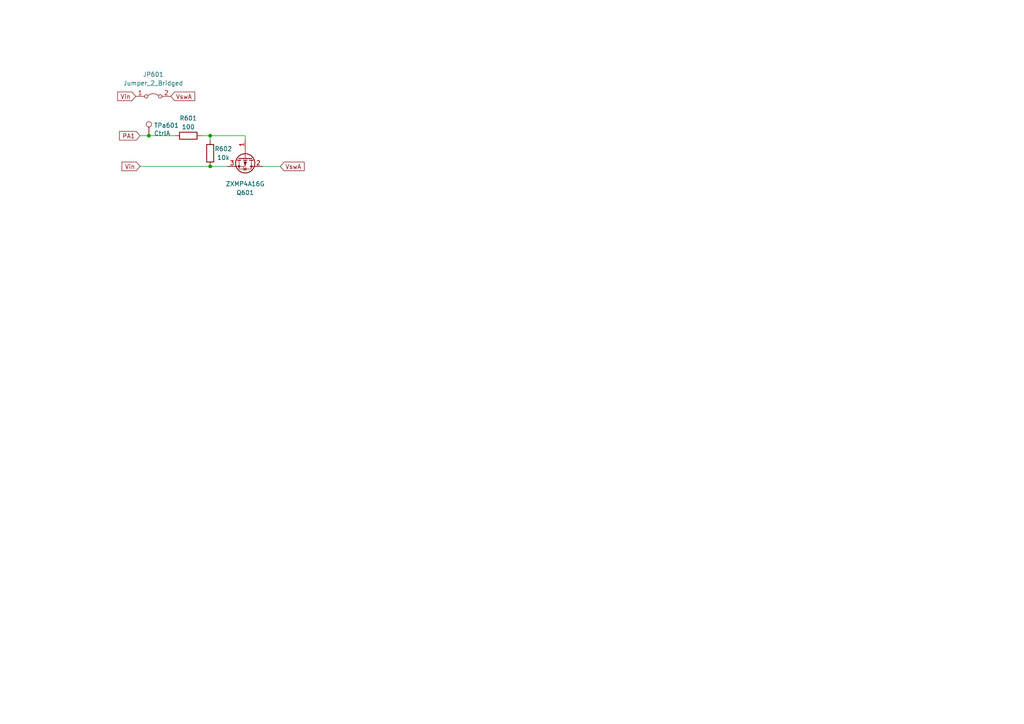
<source format=kicad_sch>
(kicad_sch (version 20211123) (generator eeschema)
  (paper "A4")
  (lib_symbols
    (symbol "Connector:TestPoint" (pin_numbers hide) (pin_names (offset 0.762) hide)
      (property "Reference" "TP" (at 0 6.858 0))
      (property "Value" "TestPoint" (at 0 5.08 0))
      (symbol "TestPoint_0_1"
        (circle (center 0 3.302) (radius 0.762))
      )
      (symbol "TestPoint_1_1"
        (pin passive line (at 0 0 90) (length 2.54) (name "1") (number "1"))
      )
    )
    (symbol "Device:R" (pin_numbers hide) (pin_names (offset 0))
      (property "Reference" "R" (at 2.032 0 90))
      (property "Value" "R" (at 0 0 90))
      (symbol "R_0_1"
        (rectangle (start -1.016 -2.54) (end 1.016 2.54) (stroke (width 0.254)))
      )
      (symbol "R_1_1"
        (pin passive line (at 0 3.81 270) (length 1.27) (name "~") (number "1"))
        (pin passive line (at 0 -3.81 90) (length 1.27) (name "~") (number "2"))
      )
    )
    (symbol "Jumper:Jumper_2_Bridged" (pin_names (offset 0) hide)
      (property "Reference" "JP" (at 0 1.905 0))
      (property "Value" "Jumper_2_Bridged" (at 0 -2.54 0))
      (symbol "Jumper_2_Bridged_0_0"
        (circle (center -2.032 0) (radius 0.508))
        (circle (center 2.032 0) (radius 0.508))
      )
      (symbol "Jumper_2_Bridged_0_1"
        (arc (start 1.524 0.254) (mid 0 0.762) (end -1.524 0.254))
      )
      (symbol "Jumper_2_Bridged_1_1"
        (pin passive line (at -5.08 0 0) (length 2.54) (name "A") (number "1"))
        (pin passive line (at 5.08 0 180) (length 2.54) (name "B") (number "2"))
      )
    )
    (symbol "Transistor_FET:ZXMP4A16G" (pin_names hide)
      (property "Reference" "Q" (at 5.08 1.905 0))
      (property "Value" "ZXMP4A16G" (at 5.08 0 0))
      (symbol "ZXMP4A16G_0_1"
        (polyline (pts (xy 0.254 0) (xy -2.54 0)))
        (polyline (pts (xy 0.254 1.905) (xy 0.254 -1.905)) (stroke (width 0.254)))
        (polyline (pts (xy 0.762 -1.27) (xy 0.762 -2.286)) (stroke (width 0.254)))
        (polyline (pts (xy 0.762 0.508) (xy 0.762 -0.508)) (stroke (width 0.254)))
        (polyline (pts (xy 0.762 2.286) (xy 0.762 1.27)) (stroke (width 0.254)))
        (polyline (pts (xy 2.54 2.54) (xy 2.54 1.778)))
        (polyline (pts (xy 2.54 -2.54) (xy 2.54 0) (xy 0.762 0)))
        (polyline (pts (xy 0.762 1.778) (xy 3.302 1.778) (xy 3.302 -1.778) (xy 0.762 -1.778)))
        (polyline (pts (xy 2.286 0) (xy 1.27 0.381) (xy 1.27 -0.381) (xy 2.286 0)) (fill (type outline)))
        (polyline (pts (xy 2.794 -0.508) (xy 2.921 -0.381) (xy 3.683 -0.381) (xy 3.81 -0.254)))
        (polyline (pts (xy 3.302 -0.381) (xy 2.921 0.254) (xy 3.683 0.254) (xy 3.302 -0.381)))
        (circle (center 1.651 0) (radius 2.794) (stroke (width 0.254)))
        (circle (center 2.54 -1.778) (radius 0.254) (fill (type outline)))
        (circle (center 2.54 1.778) (radius 0.254) (fill (type outline)))
      )
      (symbol "ZXMP4A16G_1_1"
        (pin input line (at -5.08 0 0) (length 2.54) (name "G") (number "1"))
        (pin passive line (at 2.54 5.08 270) (length 2.54) (name "D") (number "2"))
        (pin passive line (at 2.54 -5.08 90) (length 2.54) (name "S") (number "3"))
      )
    )
  )
  (junction (at 43.18 39.37))
  (junction (at 60.96 39.37))
  (junction (at 60.96 48.26))
  (wire (pts (xy 60.96 48.26) (xy 66.04 48.26)))
  (wire (pts (xy 40.64 39.37) (xy 43.18 39.37)))
  (wire (pts (xy 43.18 39.37) (xy 50.8 39.37)))
  (wire (pts (xy 58.42 39.37) (xy 60.96 39.37)))
  (wire (pts (xy 60.96 39.37) (xy 71.12 39.37)))
  (wire (pts (xy 71.12 39.37) (xy 71.12 40.64)))
  (wire (pts (xy 40.64 48.26) (xy 60.96 48.26)))
  (wire (pts (xy 60.96 40.64) (xy 60.96 39.37)))
  (wire (pts (xy 76.2 48.26) (xy 81.28 48.26)))
  (global_label "PA1" (shape input) (at 40.64 39.37 180) (property "Intersheet References" "${INTERSHEET_REFS}" (effects hide)))
  (global_label "VswA" (shape input) (at 81.28 48.26 0) (property "Intersheet References" "${INTERSHEET_REFS}" (effects hide)))
  (global_label "VswA" (shape input) (at 49.53 27.94 0) (property "Intersheet References" "${INTERSHEET_REFS}" (effects hide)))
  (global_label "Vin" (shape input) (at 39.37 27.94 180) (property "Intersheet References" "${INTERSHEET_REFS}" (effects hide)))
  (global_label "Vin" (shape input) (at 40.64 48.26 180) (property "Intersheet References" "${INTERSHEET_REFS}" (effects hide)))
  (symbol (lib_id "Transistor_FET:ZXMP4A16G") (at 71.12 45.72 270) (unit 1) (on_board no)
    (property "Reference" "Q601" (at 71.12 55.88 90))
    (property "Value" "ZXMP4A16G" (at 71.12 53.34 90))
    (property "Footprint" "Package_TO_SOT_SMD:SOT-223-3_TabPin2" (effects hide))
    (property "Datasheet" "https://www.diodes.com/assets/Datasheets/ZXMP4A16G.pdf" (effects hide))
  )
  (symbol (lib_id "Jumper:Jumper_2_Bridged") (at 44.45 27.94 0) (unit 1) (in_bom no) (on_board no)
    (property "Reference" "JP601" (at 44.45 21.59 0))
    (property "Value" "Jumper_2_Bridged" (at 44.45 24.13 0))
    (property "Footprint" "Jumper:SolderJumper-2_P1.3mm_Bridged_RoundedPad1.0x1.5mm" (effects hide))
  )
  (symbol (lib_id "Connector:TestPoint") (at 43.18 39.37 0) (unit 1) (on_board no)
    (property "Reference" "TPa601" (at 44.6532 36.3728 0) (effects (justify left)))
    (property "Value" "CtrlA" (at 44.6532 38.6842 0) (effects (justify left)))
    (property "Footprint" "tinker:TestPoint_THTPad_D1.0mm_Drill0.5mm" (effects hide))
  )
  (symbol (lib_id "Device:R") (at 60.96 44.45 0) (mirror x) (unit 1) (on_board no)
    (property "Reference" "R602" (at 64.77 43.18 0))
    (property "Value" "10k" (at 64.77 45.72 0))
    (property "Footprint" "Resistor_SMD:R_0603_1608Metric" (effects hide))
  )
  (symbol (lib_id "Device:R") (at 54.61 39.37 90) (mirror x) (unit 1) (on_board no)
    (property "Reference" "R601" (at 54.61 34.29 90))
    (property "Value" "100" (at 54.61 36.83 90))
    (property "Footprint" "Resistor_SMD:R_0603_1608Metric" (effects hide))
  )
)
</source>
